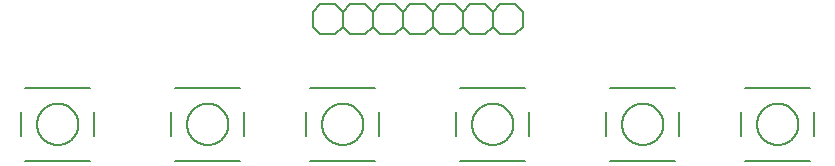
<source format=gto>
G75*
%MOIN*%
%OFA0B0*%
%FSLAX25Y25*%
%IPPOS*%
%LPD*%
%AMOC8*
5,1,8,0,0,1.08239X$1,22.5*
%
%ADD10C,0.00600*%
%ADD11C,0.00800*%
D10*
X0121367Y0058867D02*
X0123867Y0056367D01*
X0128867Y0056367D01*
X0131367Y0058867D01*
X0133867Y0056367D01*
X0138867Y0056367D01*
X0141367Y0058867D01*
X0141367Y0063867D01*
X0138867Y0066367D01*
X0133867Y0066367D01*
X0131367Y0063867D01*
X0131367Y0058867D01*
X0121367Y0058867D02*
X0121367Y0063867D01*
X0123867Y0066367D01*
X0128867Y0066367D01*
X0131367Y0063867D01*
X0141367Y0063867D02*
X0143867Y0066367D01*
X0148867Y0066367D01*
X0151367Y0063867D01*
X0153867Y0066367D01*
X0158867Y0066367D01*
X0161367Y0063867D01*
X0163867Y0066367D01*
X0168867Y0066367D01*
X0171367Y0063867D01*
X0171367Y0058867D01*
X0168867Y0056367D01*
X0163867Y0056367D01*
X0161367Y0058867D01*
X0158867Y0056367D01*
X0153867Y0056367D01*
X0151367Y0058867D01*
X0148867Y0056367D01*
X0143867Y0056367D01*
X0141367Y0058867D01*
X0151367Y0058867D02*
X0151367Y0063867D01*
X0161367Y0063867D02*
X0161367Y0058867D01*
X0171367Y0058867D02*
X0173867Y0056367D01*
X0178867Y0056367D01*
X0181367Y0058867D01*
X0183867Y0056367D01*
X0188867Y0056367D01*
X0191367Y0058867D01*
X0191367Y0063867D01*
X0188867Y0066367D01*
X0183867Y0066367D01*
X0181367Y0063867D01*
X0181367Y0058867D01*
X0181367Y0063867D02*
X0178867Y0066367D01*
X0173867Y0066367D01*
X0171367Y0063867D01*
D11*
X0047194Y0014162D02*
X0025540Y0014162D01*
X0024162Y0022430D02*
X0024162Y0030304D01*
X0029477Y0026367D02*
X0029479Y0026536D01*
X0029485Y0026705D01*
X0029496Y0026874D01*
X0029510Y0027042D01*
X0029529Y0027210D01*
X0029552Y0027378D01*
X0029578Y0027545D01*
X0029609Y0027711D01*
X0029644Y0027877D01*
X0029683Y0028041D01*
X0029727Y0028205D01*
X0029774Y0028367D01*
X0029825Y0028528D01*
X0029880Y0028688D01*
X0029939Y0028847D01*
X0030001Y0029004D01*
X0030068Y0029159D01*
X0030139Y0029313D01*
X0030213Y0029465D01*
X0030291Y0029615D01*
X0030372Y0029763D01*
X0030457Y0029909D01*
X0030546Y0030053D01*
X0030638Y0030195D01*
X0030734Y0030334D01*
X0030833Y0030471D01*
X0030935Y0030606D01*
X0031041Y0030738D01*
X0031150Y0030867D01*
X0031262Y0030994D01*
X0031377Y0031118D01*
X0031495Y0031239D01*
X0031616Y0031357D01*
X0031740Y0031472D01*
X0031867Y0031584D01*
X0031996Y0031693D01*
X0032128Y0031799D01*
X0032263Y0031901D01*
X0032400Y0032000D01*
X0032539Y0032096D01*
X0032681Y0032188D01*
X0032825Y0032277D01*
X0032971Y0032362D01*
X0033119Y0032443D01*
X0033269Y0032521D01*
X0033421Y0032595D01*
X0033575Y0032666D01*
X0033730Y0032733D01*
X0033887Y0032795D01*
X0034046Y0032854D01*
X0034206Y0032909D01*
X0034367Y0032960D01*
X0034529Y0033007D01*
X0034693Y0033051D01*
X0034857Y0033090D01*
X0035023Y0033125D01*
X0035189Y0033156D01*
X0035356Y0033182D01*
X0035524Y0033205D01*
X0035692Y0033224D01*
X0035860Y0033238D01*
X0036029Y0033249D01*
X0036198Y0033255D01*
X0036367Y0033257D01*
X0036536Y0033255D01*
X0036705Y0033249D01*
X0036874Y0033238D01*
X0037042Y0033224D01*
X0037210Y0033205D01*
X0037378Y0033182D01*
X0037545Y0033156D01*
X0037711Y0033125D01*
X0037877Y0033090D01*
X0038041Y0033051D01*
X0038205Y0033007D01*
X0038367Y0032960D01*
X0038528Y0032909D01*
X0038688Y0032854D01*
X0038847Y0032795D01*
X0039004Y0032733D01*
X0039159Y0032666D01*
X0039313Y0032595D01*
X0039465Y0032521D01*
X0039615Y0032443D01*
X0039763Y0032362D01*
X0039909Y0032277D01*
X0040053Y0032188D01*
X0040195Y0032096D01*
X0040334Y0032000D01*
X0040471Y0031901D01*
X0040606Y0031799D01*
X0040738Y0031693D01*
X0040867Y0031584D01*
X0040994Y0031472D01*
X0041118Y0031357D01*
X0041239Y0031239D01*
X0041357Y0031118D01*
X0041472Y0030994D01*
X0041584Y0030867D01*
X0041693Y0030738D01*
X0041799Y0030606D01*
X0041901Y0030471D01*
X0042000Y0030334D01*
X0042096Y0030195D01*
X0042188Y0030053D01*
X0042277Y0029909D01*
X0042362Y0029763D01*
X0042443Y0029615D01*
X0042521Y0029465D01*
X0042595Y0029313D01*
X0042666Y0029159D01*
X0042733Y0029004D01*
X0042795Y0028847D01*
X0042854Y0028688D01*
X0042909Y0028528D01*
X0042960Y0028367D01*
X0043007Y0028205D01*
X0043051Y0028041D01*
X0043090Y0027877D01*
X0043125Y0027711D01*
X0043156Y0027545D01*
X0043182Y0027378D01*
X0043205Y0027210D01*
X0043224Y0027042D01*
X0043238Y0026874D01*
X0043249Y0026705D01*
X0043255Y0026536D01*
X0043257Y0026367D01*
X0043255Y0026198D01*
X0043249Y0026029D01*
X0043238Y0025860D01*
X0043224Y0025692D01*
X0043205Y0025524D01*
X0043182Y0025356D01*
X0043156Y0025189D01*
X0043125Y0025023D01*
X0043090Y0024857D01*
X0043051Y0024693D01*
X0043007Y0024529D01*
X0042960Y0024367D01*
X0042909Y0024206D01*
X0042854Y0024046D01*
X0042795Y0023887D01*
X0042733Y0023730D01*
X0042666Y0023575D01*
X0042595Y0023421D01*
X0042521Y0023269D01*
X0042443Y0023119D01*
X0042362Y0022971D01*
X0042277Y0022825D01*
X0042188Y0022681D01*
X0042096Y0022539D01*
X0042000Y0022400D01*
X0041901Y0022263D01*
X0041799Y0022128D01*
X0041693Y0021996D01*
X0041584Y0021867D01*
X0041472Y0021740D01*
X0041357Y0021616D01*
X0041239Y0021495D01*
X0041118Y0021377D01*
X0040994Y0021262D01*
X0040867Y0021150D01*
X0040738Y0021041D01*
X0040606Y0020935D01*
X0040471Y0020833D01*
X0040334Y0020734D01*
X0040195Y0020638D01*
X0040053Y0020546D01*
X0039909Y0020457D01*
X0039763Y0020372D01*
X0039615Y0020291D01*
X0039465Y0020213D01*
X0039313Y0020139D01*
X0039159Y0020068D01*
X0039004Y0020001D01*
X0038847Y0019939D01*
X0038688Y0019880D01*
X0038528Y0019825D01*
X0038367Y0019774D01*
X0038205Y0019727D01*
X0038041Y0019683D01*
X0037877Y0019644D01*
X0037711Y0019609D01*
X0037545Y0019578D01*
X0037378Y0019552D01*
X0037210Y0019529D01*
X0037042Y0019510D01*
X0036874Y0019496D01*
X0036705Y0019485D01*
X0036536Y0019479D01*
X0036367Y0019477D01*
X0036198Y0019479D01*
X0036029Y0019485D01*
X0035860Y0019496D01*
X0035692Y0019510D01*
X0035524Y0019529D01*
X0035356Y0019552D01*
X0035189Y0019578D01*
X0035023Y0019609D01*
X0034857Y0019644D01*
X0034693Y0019683D01*
X0034529Y0019727D01*
X0034367Y0019774D01*
X0034206Y0019825D01*
X0034046Y0019880D01*
X0033887Y0019939D01*
X0033730Y0020001D01*
X0033575Y0020068D01*
X0033421Y0020139D01*
X0033269Y0020213D01*
X0033119Y0020291D01*
X0032971Y0020372D01*
X0032825Y0020457D01*
X0032681Y0020546D01*
X0032539Y0020638D01*
X0032400Y0020734D01*
X0032263Y0020833D01*
X0032128Y0020935D01*
X0031996Y0021041D01*
X0031867Y0021150D01*
X0031740Y0021262D01*
X0031616Y0021377D01*
X0031495Y0021495D01*
X0031377Y0021616D01*
X0031262Y0021740D01*
X0031150Y0021867D01*
X0031041Y0021996D01*
X0030935Y0022128D01*
X0030833Y0022263D01*
X0030734Y0022400D01*
X0030638Y0022539D01*
X0030546Y0022681D01*
X0030457Y0022825D01*
X0030372Y0022971D01*
X0030291Y0023119D01*
X0030213Y0023269D01*
X0030139Y0023421D01*
X0030068Y0023575D01*
X0030001Y0023730D01*
X0029939Y0023887D01*
X0029880Y0024046D01*
X0029825Y0024206D01*
X0029774Y0024367D01*
X0029727Y0024529D01*
X0029683Y0024693D01*
X0029644Y0024857D01*
X0029609Y0025023D01*
X0029578Y0025189D01*
X0029552Y0025356D01*
X0029529Y0025524D01*
X0029510Y0025692D01*
X0029496Y0025860D01*
X0029485Y0026029D01*
X0029479Y0026198D01*
X0029477Y0026367D01*
X0048572Y0030304D02*
X0048572Y0022430D01*
X0074162Y0022430D02*
X0074162Y0030304D01*
X0079477Y0026367D02*
X0079479Y0026536D01*
X0079485Y0026705D01*
X0079496Y0026874D01*
X0079510Y0027042D01*
X0079529Y0027210D01*
X0079552Y0027378D01*
X0079578Y0027545D01*
X0079609Y0027711D01*
X0079644Y0027877D01*
X0079683Y0028041D01*
X0079727Y0028205D01*
X0079774Y0028367D01*
X0079825Y0028528D01*
X0079880Y0028688D01*
X0079939Y0028847D01*
X0080001Y0029004D01*
X0080068Y0029159D01*
X0080139Y0029313D01*
X0080213Y0029465D01*
X0080291Y0029615D01*
X0080372Y0029763D01*
X0080457Y0029909D01*
X0080546Y0030053D01*
X0080638Y0030195D01*
X0080734Y0030334D01*
X0080833Y0030471D01*
X0080935Y0030606D01*
X0081041Y0030738D01*
X0081150Y0030867D01*
X0081262Y0030994D01*
X0081377Y0031118D01*
X0081495Y0031239D01*
X0081616Y0031357D01*
X0081740Y0031472D01*
X0081867Y0031584D01*
X0081996Y0031693D01*
X0082128Y0031799D01*
X0082263Y0031901D01*
X0082400Y0032000D01*
X0082539Y0032096D01*
X0082681Y0032188D01*
X0082825Y0032277D01*
X0082971Y0032362D01*
X0083119Y0032443D01*
X0083269Y0032521D01*
X0083421Y0032595D01*
X0083575Y0032666D01*
X0083730Y0032733D01*
X0083887Y0032795D01*
X0084046Y0032854D01*
X0084206Y0032909D01*
X0084367Y0032960D01*
X0084529Y0033007D01*
X0084693Y0033051D01*
X0084857Y0033090D01*
X0085023Y0033125D01*
X0085189Y0033156D01*
X0085356Y0033182D01*
X0085524Y0033205D01*
X0085692Y0033224D01*
X0085860Y0033238D01*
X0086029Y0033249D01*
X0086198Y0033255D01*
X0086367Y0033257D01*
X0086536Y0033255D01*
X0086705Y0033249D01*
X0086874Y0033238D01*
X0087042Y0033224D01*
X0087210Y0033205D01*
X0087378Y0033182D01*
X0087545Y0033156D01*
X0087711Y0033125D01*
X0087877Y0033090D01*
X0088041Y0033051D01*
X0088205Y0033007D01*
X0088367Y0032960D01*
X0088528Y0032909D01*
X0088688Y0032854D01*
X0088847Y0032795D01*
X0089004Y0032733D01*
X0089159Y0032666D01*
X0089313Y0032595D01*
X0089465Y0032521D01*
X0089615Y0032443D01*
X0089763Y0032362D01*
X0089909Y0032277D01*
X0090053Y0032188D01*
X0090195Y0032096D01*
X0090334Y0032000D01*
X0090471Y0031901D01*
X0090606Y0031799D01*
X0090738Y0031693D01*
X0090867Y0031584D01*
X0090994Y0031472D01*
X0091118Y0031357D01*
X0091239Y0031239D01*
X0091357Y0031118D01*
X0091472Y0030994D01*
X0091584Y0030867D01*
X0091693Y0030738D01*
X0091799Y0030606D01*
X0091901Y0030471D01*
X0092000Y0030334D01*
X0092096Y0030195D01*
X0092188Y0030053D01*
X0092277Y0029909D01*
X0092362Y0029763D01*
X0092443Y0029615D01*
X0092521Y0029465D01*
X0092595Y0029313D01*
X0092666Y0029159D01*
X0092733Y0029004D01*
X0092795Y0028847D01*
X0092854Y0028688D01*
X0092909Y0028528D01*
X0092960Y0028367D01*
X0093007Y0028205D01*
X0093051Y0028041D01*
X0093090Y0027877D01*
X0093125Y0027711D01*
X0093156Y0027545D01*
X0093182Y0027378D01*
X0093205Y0027210D01*
X0093224Y0027042D01*
X0093238Y0026874D01*
X0093249Y0026705D01*
X0093255Y0026536D01*
X0093257Y0026367D01*
X0093255Y0026198D01*
X0093249Y0026029D01*
X0093238Y0025860D01*
X0093224Y0025692D01*
X0093205Y0025524D01*
X0093182Y0025356D01*
X0093156Y0025189D01*
X0093125Y0025023D01*
X0093090Y0024857D01*
X0093051Y0024693D01*
X0093007Y0024529D01*
X0092960Y0024367D01*
X0092909Y0024206D01*
X0092854Y0024046D01*
X0092795Y0023887D01*
X0092733Y0023730D01*
X0092666Y0023575D01*
X0092595Y0023421D01*
X0092521Y0023269D01*
X0092443Y0023119D01*
X0092362Y0022971D01*
X0092277Y0022825D01*
X0092188Y0022681D01*
X0092096Y0022539D01*
X0092000Y0022400D01*
X0091901Y0022263D01*
X0091799Y0022128D01*
X0091693Y0021996D01*
X0091584Y0021867D01*
X0091472Y0021740D01*
X0091357Y0021616D01*
X0091239Y0021495D01*
X0091118Y0021377D01*
X0090994Y0021262D01*
X0090867Y0021150D01*
X0090738Y0021041D01*
X0090606Y0020935D01*
X0090471Y0020833D01*
X0090334Y0020734D01*
X0090195Y0020638D01*
X0090053Y0020546D01*
X0089909Y0020457D01*
X0089763Y0020372D01*
X0089615Y0020291D01*
X0089465Y0020213D01*
X0089313Y0020139D01*
X0089159Y0020068D01*
X0089004Y0020001D01*
X0088847Y0019939D01*
X0088688Y0019880D01*
X0088528Y0019825D01*
X0088367Y0019774D01*
X0088205Y0019727D01*
X0088041Y0019683D01*
X0087877Y0019644D01*
X0087711Y0019609D01*
X0087545Y0019578D01*
X0087378Y0019552D01*
X0087210Y0019529D01*
X0087042Y0019510D01*
X0086874Y0019496D01*
X0086705Y0019485D01*
X0086536Y0019479D01*
X0086367Y0019477D01*
X0086198Y0019479D01*
X0086029Y0019485D01*
X0085860Y0019496D01*
X0085692Y0019510D01*
X0085524Y0019529D01*
X0085356Y0019552D01*
X0085189Y0019578D01*
X0085023Y0019609D01*
X0084857Y0019644D01*
X0084693Y0019683D01*
X0084529Y0019727D01*
X0084367Y0019774D01*
X0084206Y0019825D01*
X0084046Y0019880D01*
X0083887Y0019939D01*
X0083730Y0020001D01*
X0083575Y0020068D01*
X0083421Y0020139D01*
X0083269Y0020213D01*
X0083119Y0020291D01*
X0082971Y0020372D01*
X0082825Y0020457D01*
X0082681Y0020546D01*
X0082539Y0020638D01*
X0082400Y0020734D01*
X0082263Y0020833D01*
X0082128Y0020935D01*
X0081996Y0021041D01*
X0081867Y0021150D01*
X0081740Y0021262D01*
X0081616Y0021377D01*
X0081495Y0021495D01*
X0081377Y0021616D01*
X0081262Y0021740D01*
X0081150Y0021867D01*
X0081041Y0021996D01*
X0080935Y0022128D01*
X0080833Y0022263D01*
X0080734Y0022400D01*
X0080638Y0022539D01*
X0080546Y0022681D01*
X0080457Y0022825D01*
X0080372Y0022971D01*
X0080291Y0023119D01*
X0080213Y0023269D01*
X0080139Y0023421D01*
X0080068Y0023575D01*
X0080001Y0023730D01*
X0079939Y0023887D01*
X0079880Y0024046D01*
X0079825Y0024206D01*
X0079774Y0024367D01*
X0079727Y0024529D01*
X0079683Y0024693D01*
X0079644Y0024857D01*
X0079609Y0025023D01*
X0079578Y0025189D01*
X0079552Y0025356D01*
X0079529Y0025524D01*
X0079510Y0025692D01*
X0079496Y0025860D01*
X0079485Y0026029D01*
X0079479Y0026198D01*
X0079477Y0026367D01*
X0098572Y0030304D02*
X0098572Y0022430D01*
X0119162Y0022430D02*
X0119162Y0030304D01*
X0124477Y0026367D02*
X0124479Y0026536D01*
X0124485Y0026705D01*
X0124496Y0026874D01*
X0124510Y0027042D01*
X0124529Y0027210D01*
X0124552Y0027378D01*
X0124578Y0027545D01*
X0124609Y0027711D01*
X0124644Y0027877D01*
X0124683Y0028041D01*
X0124727Y0028205D01*
X0124774Y0028367D01*
X0124825Y0028528D01*
X0124880Y0028688D01*
X0124939Y0028847D01*
X0125001Y0029004D01*
X0125068Y0029159D01*
X0125139Y0029313D01*
X0125213Y0029465D01*
X0125291Y0029615D01*
X0125372Y0029763D01*
X0125457Y0029909D01*
X0125546Y0030053D01*
X0125638Y0030195D01*
X0125734Y0030334D01*
X0125833Y0030471D01*
X0125935Y0030606D01*
X0126041Y0030738D01*
X0126150Y0030867D01*
X0126262Y0030994D01*
X0126377Y0031118D01*
X0126495Y0031239D01*
X0126616Y0031357D01*
X0126740Y0031472D01*
X0126867Y0031584D01*
X0126996Y0031693D01*
X0127128Y0031799D01*
X0127263Y0031901D01*
X0127400Y0032000D01*
X0127539Y0032096D01*
X0127681Y0032188D01*
X0127825Y0032277D01*
X0127971Y0032362D01*
X0128119Y0032443D01*
X0128269Y0032521D01*
X0128421Y0032595D01*
X0128575Y0032666D01*
X0128730Y0032733D01*
X0128887Y0032795D01*
X0129046Y0032854D01*
X0129206Y0032909D01*
X0129367Y0032960D01*
X0129529Y0033007D01*
X0129693Y0033051D01*
X0129857Y0033090D01*
X0130023Y0033125D01*
X0130189Y0033156D01*
X0130356Y0033182D01*
X0130524Y0033205D01*
X0130692Y0033224D01*
X0130860Y0033238D01*
X0131029Y0033249D01*
X0131198Y0033255D01*
X0131367Y0033257D01*
X0131536Y0033255D01*
X0131705Y0033249D01*
X0131874Y0033238D01*
X0132042Y0033224D01*
X0132210Y0033205D01*
X0132378Y0033182D01*
X0132545Y0033156D01*
X0132711Y0033125D01*
X0132877Y0033090D01*
X0133041Y0033051D01*
X0133205Y0033007D01*
X0133367Y0032960D01*
X0133528Y0032909D01*
X0133688Y0032854D01*
X0133847Y0032795D01*
X0134004Y0032733D01*
X0134159Y0032666D01*
X0134313Y0032595D01*
X0134465Y0032521D01*
X0134615Y0032443D01*
X0134763Y0032362D01*
X0134909Y0032277D01*
X0135053Y0032188D01*
X0135195Y0032096D01*
X0135334Y0032000D01*
X0135471Y0031901D01*
X0135606Y0031799D01*
X0135738Y0031693D01*
X0135867Y0031584D01*
X0135994Y0031472D01*
X0136118Y0031357D01*
X0136239Y0031239D01*
X0136357Y0031118D01*
X0136472Y0030994D01*
X0136584Y0030867D01*
X0136693Y0030738D01*
X0136799Y0030606D01*
X0136901Y0030471D01*
X0137000Y0030334D01*
X0137096Y0030195D01*
X0137188Y0030053D01*
X0137277Y0029909D01*
X0137362Y0029763D01*
X0137443Y0029615D01*
X0137521Y0029465D01*
X0137595Y0029313D01*
X0137666Y0029159D01*
X0137733Y0029004D01*
X0137795Y0028847D01*
X0137854Y0028688D01*
X0137909Y0028528D01*
X0137960Y0028367D01*
X0138007Y0028205D01*
X0138051Y0028041D01*
X0138090Y0027877D01*
X0138125Y0027711D01*
X0138156Y0027545D01*
X0138182Y0027378D01*
X0138205Y0027210D01*
X0138224Y0027042D01*
X0138238Y0026874D01*
X0138249Y0026705D01*
X0138255Y0026536D01*
X0138257Y0026367D01*
X0138255Y0026198D01*
X0138249Y0026029D01*
X0138238Y0025860D01*
X0138224Y0025692D01*
X0138205Y0025524D01*
X0138182Y0025356D01*
X0138156Y0025189D01*
X0138125Y0025023D01*
X0138090Y0024857D01*
X0138051Y0024693D01*
X0138007Y0024529D01*
X0137960Y0024367D01*
X0137909Y0024206D01*
X0137854Y0024046D01*
X0137795Y0023887D01*
X0137733Y0023730D01*
X0137666Y0023575D01*
X0137595Y0023421D01*
X0137521Y0023269D01*
X0137443Y0023119D01*
X0137362Y0022971D01*
X0137277Y0022825D01*
X0137188Y0022681D01*
X0137096Y0022539D01*
X0137000Y0022400D01*
X0136901Y0022263D01*
X0136799Y0022128D01*
X0136693Y0021996D01*
X0136584Y0021867D01*
X0136472Y0021740D01*
X0136357Y0021616D01*
X0136239Y0021495D01*
X0136118Y0021377D01*
X0135994Y0021262D01*
X0135867Y0021150D01*
X0135738Y0021041D01*
X0135606Y0020935D01*
X0135471Y0020833D01*
X0135334Y0020734D01*
X0135195Y0020638D01*
X0135053Y0020546D01*
X0134909Y0020457D01*
X0134763Y0020372D01*
X0134615Y0020291D01*
X0134465Y0020213D01*
X0134313Y0020139D01*
X0134159Y0020068D01*
X0134004Y0020001D01*
X0133847Y0019939D01*
X0133688Y0019880D01*
X0133528Y0019825D01*
X0133367Y0019774D01*
X0133205Y0019727D01*
X0133041Y0019683D01*
X0132877Y0019644D01*
X0132711Y0019609D01*
X0132545Y0019578D01*
X0132378Y0019552D01*
X0132210Y0019529D01*
X0132042Y0019510D01*
X0131874Y0019496D01*
X0131705Y0019485D01*
X0131536Y0019479D01*
X0131367Y0019477D01*
X0131198Y0019479D01*
X0131029Y0019485D01*
X0130860Y0019496D01*
X0130692Y0019510D01*
X0130524Y0019529D01*
X0130356Y0019552D01*
X0130189Y0019578D01*
X0130023Y0019609D01*
X0129857Y0019644D01*
X0129693Y0019683D01*
X0129529Y0019727D01*
X0129367Y0019774D01*
X0129206Y0019825D01*
X0129046Y0019880D01*
X0128887Y0019939D01*
X0128730Y0020001D01*
X0128575Y0020068D01*
X0128421Y0020139D01*
X0128269Y0020213D01*
X0128119Y0020291D01*
X0127971Y0020372D01*
X0127825Y0020457D01*
X0127681Y0020546D01*
X0127539Y0020638D01*
X0127400Y0020734D01*
X0127263Y0020833D01*
X0127128Y0020935D01*
X0126996Y0021041D01*
X0126867Y0021150D01*
X0126740Y0021262D01*
X0126616Y0021377D01*
X0126495Y0021495D01*
X0126377Y0021616D01*
X0126262Y0021740D01*
X0126150Y0021867D01*
X0126041Y0021996D01*
X0125935Y0022128D01*
X0125833Y0022263D01*
X0125734Y0022400D01*
X0125638Y0022539D01*
X0125546Y0022681D01*
X0125457Y0022825D01*
X0125372Y0022971D01*
X0125291Y0023119D01*
X0125213Y0023269D01*
X0125139Y0023421D01*
X0125068Y0023575D01*
X0125001Y0023730D01*
X0124939Y0023887D01*
X0124880Y0024046D01*
X0124825Y0024206D01*
X0124774Y0024367D01*
X0124727Y0024529D01*
X0124683Y0024693D01*
X0124644Y0024857D01*
X0124609Y0025023D01*
X0124578Y0025189D01*
X0124552Y0025356D01*
X0124529Y0025524D01*
X0124510Y0025692D01*
X0124496Y0025860D01*
X0124485Y0026029D01*
X0124479Y0026198D01*
X0124477Y0026367D01*
X0143572Y0030304D02*
X0143572Y0022430D01*
X0169162Y0022430D02*
X0169162Y0030304D01*
X0174477Y0026367D02*
X0174479Y0026536D01*
X0174485Y0026705D01*
X0174496Y0026874D01*
X0174510Y0027042D01*
X0174529Y0027210D01*
X0174552Y0027378D01*
X0174578Y0027545D01*
X0174609Y0027711D01*
X0174644Y0027877D01*
X0174683Y0028041D01*
X0174727Y0028205D01*
X0174774Y0028367D01*
X0174825Y0028528D01*
X0174880Y0028688D01*
X0174939Y0028847D01*
X0175001Y0029004D01*
X0175068Y0029159D01*
X0175139Y0029313D01*
X0175213Y0029465D01*
X0175291Y0029615D01*
X0175372Y0029763D01*
X0175457Y0029909D01*
X0175546Y0030053D01*
X0175638Y0030195D01*
X0175734Y0030334D01*
X0175833Y0030471D01*
X0175935Y0030606D01*
X0176041Y0030738D01*
X0176150Y0030867D01*
X0176262Y0030994D01*
X0176377Y0031118D01*
X0176495Y0031239D01*
X0176616Y0031357D01*
X0176740Y0031472D01*
X0176867Y0031584D01*
X0176996Y0031693D01*
X0177128Y0031799D01*
X0177263Y0031901D01*
X0177400Y0032000D01*
X0177539Y0032096D01*
X0177681Y0032188D01*
X0177825Y0032277D01*
X0177971Y0032362D01*
X0178119Y0032443D01*
X0178269Y0032521D01*
X0178421Y0032595D01*
X0178575Y0032666D01*
X0178730Y0032733D01*
X0178887Y0032795D01*
X0179046Y0032854D01*
X0179206Y0032909D01*
X0179367Y0032960D01*
X0179529Y0033007D01*
X0179693Y0033051D01*
X0179857Y0033090D01*
X0180023Y0033125D01*
X0180189Y0033156D01*
X0180356Y0033182D01*
X0180524Y0033205D01*
X0180692Y0033224D01*
X0180860Y0033238D01*
X0181029Y0033249D01*
X0181198Y0033255D01*
X0181367Y0033257D01*
X0181536Y0033255D01*
X0181705Y0033249D01*
X0181874Y0033238D01*
X0182042Y0033224D01*
X0182210Y0033205D01*
X0182378Y0033182D01*
X0182545Y0033156D01*
X0182711Y0033125D01*
X0182877Y0033090D01*
X0183041Y0033051D01*
X0183205Y0033007D01*
X0183367Y0032960D01*
X0183528Y0032909D01*
X0183688Y0032854D01*
X0183847Y0032795D01*
X0184004Y0032733D01*
X0184159Y0032666D01*
X0184313Y0032595D01*
X0184465Y0032521D01*
X0184615Y0032443D01*
X0184763Y0032362D01*
X0184909Y0032277D01*
X0185053Y0032188D01*
X0185195Y0032096D01*
X0185334Y0032000D01*
X0185471Y0031901D01*
X0185606Y0031799D01*
X0185738Y0031693D01*
X0185867Y0031584D01*
X0185994Y0031472D01*
X0186118Y0031357D01*
X0186239Y0031239D01*
X0186357Y0031118D01*
X0186472Y0030994D01*
X0186584Y0030867D01*
X0186693Y0030738D01*
X0186799Y0030606D01*
X0186901Y0030471D01*
X0187000Y0030334D01*
X0187096Y0030195D01*
X0187188Y0030053D01*
X0187277Y0029909D01*
X0187362Y0029763D01*
X0187443Y0029615D01*
X0187521Y0029465D01*
X0187595Y0029313D01*
X0187666Y0029159D01*
X0187733Y0029004D01*
X0187795Y0028847D01*
X0187854Y0028688D01*
X0187909Y0028528D01*
X0187960Y0028367D01*
X0188007Y0028205D01*
X0188051Y0028041D01*
X0188090Y0027877D01*
X0188125Y0027711D01*
X0188156Y0027545D01*
X0188182Y0027378D01*
X0188205Y0027210D01*
X0188224Y0027042D01*
X0188238Y0026874D01*
X0188249Y0026705D01*
X0188255Y0026536D01*
X0188257Y0026367D01*
X0188255Y0026198D01*
X0188249Y0026029D01*
X0188238Y0025860D01*
X0188224Y0025692D01*
X0188205Y0025524D01*
X0188182Y0025356D01*
X0188156Y0025189D01*
X0188125Y0025023D01*
X0188090Y0024857D01*
X0188051Y0024693D01*
X0188007Y0024529D01*
X0187960Y0024367D01*
X0187909Y0024206D01*
X0187854Y0024046D01*
X0187795Y0023887D01*
X0187733Y0023730D01*
X0187666Y0023575D01*
X0187595Y0023421D01*
X0187521Y0023269D01*
X0187443Y0023119D01*
X0187362Y0022971D01*
X0187277Y0022825D01*
X0187188Y0022681D01*
X0187096Y0022539D01*
X0187000Y0022400D01*
X0186901Y0022263D01*
X0186799Y0022128D01*
X0186693Y0021996D01*
X0186584Y0021867D01*
X0186472Y0021740D01*
X0186357Y0021616D01*
X0186239Y0021495D01*
X0186118Y0021377D01*
X0185994Y0021262D01*
X0185867Y0021150D01*
X0185738Y0021041D01*
X0185606Y0020935D01*
X0185471Y0020833D01*
X0185334Y0020734D01*
X0185195Y0020638D01*
X0185053Y0020546D01*
X0184909Y0020457D01*
X0184763Y0020372D01*
X0184615Y0020291D01*
X0184465Y0020213D01*
X0184313Y0020139D01*
X0184159Y0020068D01*
X0184004Y0020001D01*
X0183847Y0019939D01*
X0183688Y0019880D01*
X0183528Y0019825D01*
X0183367Y0019774D01*
X0183205Y0019727D01*
X0183041Y0019683D01*
X0182877Y0019644D01*
X0182711Y0019609D01*
X0182545Y0019578D01*
X0182378Y0019552D01*
X0182210Y0019529D01*
X0182042Y0019510D01*
X0181874Y0019496D01*
X0181705Y0019485D01*
X0181536Y0019479D01*
X0181367Y0019477D01*
X0181198Y0019479D01*
X0181029Y0019485D01*
X0180860Y0019496D01*
X0180692Y0019510D01*
X0180524Y0019529D01*
X0180356Y0019552D01*
X0180189Y0019578D01*
X0180023Y0019609D01*
X0179857Y0019644D01*
X0179693Y0019683D01*
X0179529Y0019727D01*
X0179367Y0019774D01*
X0179206Y0019825D01*
X0179046Y0019880D01*
X0178887Y0019939D01*
X0178730Y0020001D01*
X0178575Y0020068D01*
X0178421Y0020139D01*
X0178269Y0020213D01*
X0178119Y0020291D01*
X0177971Y0020372D01*
X0177825Y0020457D01*
X0177681Y0020546D01*
X0177539Y0020638D01*
X0177400Y0020734D01*
X0177263Y0020833D01*
X0177128Y0020935D01*
X0176996Y0021041D01*
X0176867Y0021150D01*
X0176740Y0021262D01*
X0176616Y0021377D01*
X0176495Y0021495D01*
X0176377Y0021616D01*
X0176262Y0021740D01*
X0176150Y0021867D01*
X0176041Y0021996D01*
X0175935Y0022128D01*
X0175833Y0022263D01*
X0175734Y0022400D01*
X0175638Y0022539D01*
X0175546Y0022681D01*
X0175457Y0022825D01*
X0175372Y0022971D01*
X0175291Y0023119D01*
X0175213Y0023269D01*
X0175139Y0023421D01*
X0175068Y0023575D01*
X0175001Y0023730D01*
X0174939Y0023887D01*
X0174880Y0024046D01*
X0174825Y0024206D01*
X0174774Y0024367D01*
X0174727Y0024529D01*
X0174683Y0024693D01*
X0174644Y0024857D01*
X0174609Y0025023D01*
X0174578Y0025189D01*
X0174552Y0025356D01*
X0174529Y0025524D01*
X0174510Y0025692D01*
X0174496Y0025860D01*
X0174485Y0026029D01*
X0174479Y0026198D01*
X0174477Y0026367D01*
X0193572Y0030304D02*
X0193572Y0022430D01*
X0219162Y0022430D02*
X0219162Y0030304D01*
X0224477Y0026367D02*
X0224479Y0026536D01*
X0224485Y0026705D01*
X0224496Y0026874D01*
X0224510Y0027042D01*
X0224529Y0027210D01*
X0224552Y0027378D01*
X0224578Y0027545D01*
X0224609Y0027711D01*
X0224644Y0027877D01*
X0224683Y0028041D01*
X0224727Y0028205D01*
X0224774Y0028367D01*
X0224825Y0028528D01*
X0224880Y0028688D01*
X0224939Y0028847D01*
X0225001Y0029004D01*
X0225068Y0029159D01*
X0225139Y0029313D01*
X0225213Y0029465D01*
X0225291Y0029615D01*
X0225372Y0029763D01*
X0225457Y0029909D01*
X0225546Y0030053D01*
X0225638Y0030195D01*
X0225734Y0030334D01*
X0225833Y0030471D01*
X0225935Y0030606D01*
X0226041Y0030738D01*
X0226150Y0030867D01*
X0226262Y0030994D01*
X0226377Y0031118D01*
X0226495Y0031239D01*
X0226616Y0031357D01*
X0226740Y0031472D01*
X0226867Y0031584D01*
X0226996Y0031693D01*
X0227128Y0031799D01*
X0227263Y0031901D01*
X0227400Y0032000D01*
X0227539Y0032096D01*
X0227681Y0032188D01*
X0227825Y0032277D01*
X0227971Y0032362D01*
X0228119Y0032443D01*
X0228269Y0032521D01*
X0228421Y0032595D01*
X0228575Y0032666D01*
X0228730Y0032733D01*
X0228887Y0032795D01*
X0229046Y0032854D01*
X0229206Y0032909D01*
X0229367Y0032960D01*
X0229529Y0033007D01*
X0229693Y0033051D01*
X0229857Y0033090D01*
X0230023Y0033125D01*
X0230189Y0033156D01*
X0230356Y0033182D01*
X0230524Y0033205D01*
X0230692Y0033224D01*
X0230860Y0033238D01*
X0231029Y0033249D01*
X0231198Y0033255D01*
X0231367Y0033257D01*
X0231536Y0033255D01*
X0231705Y0033249D01*
X0231874Y0033238D01*
X0232042Y0033224D01*
X0232210Y0033205D01*
X0232378Y0033182D01*
X0232545Y0033156D01*
X0232711Y0033125D01*
X0232877Y0033090D01*
X0233041Y0033051D01*
X0233205Y0033007D01*
X0233367Y0032960D01*
X0233528Y0032909D01*
X0233688Y0032854D01*
X0233847Y0032795D01*
X0234004Y0032733D01*
X0234159Y0032666D01*
X0234313Y0032595D01*
X0234465Y0032521D01*
X0234615Y0032443D01*
X0234763Y0032362D01*
X0234909Y0032277D01*
X0235053Y0032188D01*
X0235195Y0032096D01*
X0235334Y0032000D01*
X0235471Y0031901D01*
X0235606Y0031799D01*
X0235738Y0031693D01*
X0235867Y0031584D01*
X0235994Y0031472D01*
X0236118Y0031357D01*
X0236239Y0031239D01*
X0236357Y0031118D01*
X0236472Y0030994D01*
X0236584Y0030867D01*
X0236693Y0030738D01*
X0236799Y0030606D01*
X0236901Y0030471D01*
X0237000Y0030334D01*
X0237096Y0030195D01*
X0237188Y0030053D01*
X0237277Y0029909D01*
X0237362Y0029763D01*
X0237443Y0029615D01*
X0237521Y0029465D01*
X0237595Y0029313D01*
X0237666Y0029159D01*
X0237733Y0029004D01*
X0237795Y0028847D01*
X0237854Y0028688D01*
X0237909Y0028528D01*
X0237960Y0028367D01*
X0238007Y0028205D01*
X0238051Y0028041D01*
X0238090Y0027877D01*
X0238125Y0027711D01*
X0238156Y0027545D01*
X0238182Y0027378D01*
X0238205Y0027210D01*
X0238224Y0027042D01*
X0238238Y0026874D01*
X0238249Y0026705D01*
X0238255Y0026536D01*
X0238257Y0026367D01*
X0238255Y0026198D01*
X0238249Y0026029D01*
X0238238Y0025860D01*
X0238224Y0025692D01*
X0238205Y0025524D01*
X0238182Y0025356D01*
X0238156Y0025189D01*
X0238125Y0025023D01*
X0238090Y0024857D01*
X0238051Y0024693D01*
X0238007Y0024529D01*
X0237960Y0024367D01*
X0237909Y0024206D01*
X0237854Y0024046D01*
X0237795Y0023887D01*
X0237733Y0023730D01*
X0237666Y0023575D01*
X0237595Y0023421D01*
X0237521Y0023269D01*
X0237443Y0023119D01*
X0237362Y0022971D01*
X0237277Y0022825D01*
X0237188Y0022681D01*
X0237096Y0022539D01*
X0237000Y0022400D01*
X0236901Y0022263D01*
X0236799Y0022128D01*
X0236693Y0021996D01*
X0236584Y0021867D01*
X0236472Y0021740D01*
X0236357Y0021616D01*
X0236239Y0021495D01*
X0236118Y0021377D01*
X0235994Y0021262D01*
X0235867Y0021150D01*
X0235738Y0021041D01*
X0235606Y0020935D01*
X0235471Y0020833D01*
X0235334Y0020734D01*
X0235195Y0020638D01*
X0235053Y0020546D01*
X0234909Y0020457D01*
X0234763Y0020372D01*
X0234615Y0020291D01*
X0234465Y0020213D01*
X0234313Y0020139D01*
X0234159Y0020068D01*
X0234004Y0020001D01*
X0233847Y0019939D01*
X0233688Y0019880D01*
X0233528Y0019825D01*
X0233367Y0019774D01*
X0233205Y0019727D01*
X0233041Y0019683D01*
X0232877Y0019644D01*
X0232711Y0019609D01*
X0232545Y0019578D01*
X0232378Y0019552D01*
X0232210Y0019529D01*
X0232042Y0019510D01*
X0231874Y0019496D01*
X0231705Y0019485D01*
X0231536Y0019479D01*
X0231367Y0019477D01*
X0231198Y0019479D01*
X0231029Y0019485D01*
X0230860Y0019496D01*
X0230692Y0019510D01*
X0230524Y0019529D01*
X0230356Y0019552D01*
X0230189Y0019578D01*
X0230023Y0019609D01*
X0229857Y0019644D01*
X0229693Y0019683D01*
X0229529Y0019727D01*
X0229367Y0019774D01*
X0229206Y0019825D01*
X0229046Y0019880D01*
X0228887Y0019939D01*
X0228730Y0020001D01*
X0228575Y0020068D01*
X0228421Y0020139D01*
X0228269Y0020213D01*
X0228119Y0020291D01*
X0227971Y0020372D01*
X0227825Y0020457D01*
X0227681Y0020546D01*
X0227539Y0020638D01*
X0227400Y0020734D01*
X0227263Y0020833D01*
X0227128Y0020935D01*
X0226996Y0021041D01*
X0226867Y0021150D01*
X0226740Y0021262D01*
X0226616Y0021377D01*
X0226495Y0021495D01*
X0226377Y0021616D01*
X0226262Y0021740D01*
X0226150Y0021867D01*
X0226041Y0021996D01*
X0225935Y0022128D01*
X0225833Y0022263D01*
X0225734Y0022400D01*
X0225638Y0022539D01*
X0225546Y0022681D01*
X0225457Y0022825D01*
X0225372Y0022971D01*
X0225291Y0023119D01*
X0225213Y0023269D01*
X0225139Y0023421D01*
X0225068Y0023575D01*
X0225001Y0023730D01*
X0224939Y0023887D01*
X0224880Y0024046D01*
X0224825Y0024206D01*
X0224774Y0024367D01*
X0224727Y0024529D01*
X0224683Y0024693D01*
X0224644Y0024857D01*
X0224609Y0025023D01*
X0224578Y0025189D01*
X0224552Y0025356D01*
X0224529Y0025524D01*
X0224510Y0025692D01*
X0224496Y0025860D01*
X0224485Y0026029D01*
X0224479Y0026198D01*
X0224477Y0026367D01*
X0243572Y0030304D02*
X0243572Y0022430D01*
X0264162Y0022430D02*
X0264162Y0030304D01*
X0269477Y0026367D02*
X0269479Y0026536D01*
X0269485Y0026705D01*
X0269496Y0026874D01*
X0269510Y0027042D01*
X0269529Y0027210D01*
X0269552Y0027378D01*
X0269578Y0027545D01*
X0269609Y0027711D01*
X0269644Y0027877D01*
X0269683Y0028041D01*
X0269727Y0028205D01*
X0269774Y0028367D01*
X0269825Y0028528D01*
X0269880Y0028688D01*
X0269939Y0028847D01*
X0270001Y0029004D01*
X0270068Y0029159D01*
X0270139Y0029313D01*
X0270213Y0029465D01*
X0270291Y0029615D01*
X0270372Y0029763D01*
X0270457Y0029909D01*
X0270546Y0030053D01*
X0270638Y0030195D01*
X0270734Y0030334D01*
X0270833Y0030471D01*
X0270935Y0030606D01*
X0271041Y0030738D01*
X0271150Y0030867D01*
X0271262Y0030994D01*
X0271377Y0031118D01*
X0271495Y0031239D01*
X0271616Y0031357D01*
X0271740Y0031472D01*
X0271867Y0031584D01*
X0271996Y0031693D01*
X0272128Y0031799D01*
X0272263Y0031901D01*
X0272400Y0032000D01*
X0272539Y0032096D01*
X0272681Y0032188D01*
X0272825Y0032277D01*
X0272971Y0032362D01*
X0273119Y0032443D01*
X0273269Y0032521D01*
X0273421Y0032595D01*
X0273575Y0032666D01*
X0273730Y0032733D01*
X0273887Y0032795D01*
X0274046Y0032854D01*
X0274206Y0032909D01*
X0274367Y0032960D01*
X0274529Y0033007D01*
X0274693Y0033051D01*
X0274857Y0033090D01*
X0275023Y0033125D01*
X0275189Y0033156D01*
X0275356Y0033182D01*
X0275524Y0033205D01*
X0275692Y0033224D01*
X0275860Y0033238D01*
X0276029Y0033249D01*
X0276198Y0033255D01*
X0276367Y0033257D01*
X0276536Y0033255D01*
X0276705Y0033249D01*
X0276874Y0033238D01*
X0277042Y0033224D01*
X0277210Y0033205D01*
X0277378Y0033182D01*
X0277545Y0033156D01*
X0277711Y0033125D01*
X0277877Y0033090D01*
X0278041Y0033051D01*
X0278205Y0033007D01*
X0278367Y0032960D01*
X0278528Y0032909D01*
X0278688Y0032854D01*
X0278847Y0032795D01*
X0279004Y0032733D01*
X0279159Y0032666D01*
X0279313Y0032595D01*
X0279465Y0032521D01*
X0279615Y0032443D01*
X0279763Y0032362D01*
X0279909Y0032277D01*
X0280053Y0032188D01*
X0280195Y0032096D01*
X0280334Y0032000D01*
X0280471Y0031901D01*
X0280606Y0031799D01*
X0280738Y0031693D01*
X0280867Y0031584D01*
X0280994Y0031472D01*
X0281118Y0031357D01*
X0281239Y0031239D01*
X0281357Y0031118D01*
X0281472Y0030994D01*
X0281584Y0030867D01*
X0281693Y0030738D01*
X0281799Y0030606D01*
X0281901Y0030471D01*
X0282000Y0030334D01*
X0282096Y0030195D01*
X0282188Y0030053D01*
X0282277Y0029909D01*
X0282362Y0029763D01*
X0282443Y0029615D01*
X0282521Y0029465D01*
X0282595Y0029313D01*
X0282666Y0029159D01*
X0282733Y0029004D01*
X0282795Y0028847D01*
X0282854Y0028688D01*
X0282909Y0028528D01*
X0282960Y0028367D01*
X0283007Y0028205D01*
X0283051Y0028041D01*
X0283090Y0027877D01*
X0283125Y0027711D01*
X0283156Y0027545D01*
X0283182Y0027378D01*
X0283205Y0027210D01*
X0283224Y0027042D01*
X0283238Y0026874D01*
X0283249Y0026705D01*
X0283255Y0026536D01*
X0283257Y0026367D01*
X0283255Y0026198D01*
X0283249Y0026029D01*
X0283238Y0025860D01*
X0283224Y0025692D01*
X0283205Y0025524D01*
X0283182Y0025356D01*
X0283156Y0025189D01*
X0283125Y0025023D01*
X0283090Y0024857D01*
X0283051Y0024693D01*
X0283007Y0024529D01*
X0282960Y0024367D01*
X0282909Y0024206D01*
X0282854Y0024046D01*
X0282795Y0023887D01*
X0282733Y0023730D01*
X0282666Y0023575D01*
X0282595Y0023421D01*
X0282521Y0023269D01*
X0282443Y0023119D01*
X0282362Y0022971D01*
X0282277Y0022825D01*
X0282188Y0022681D01*
X0282096Y0022539D01*
X0282000Y0022400D01*
X0281901Y0022263D01*
X0281799Y0022128D01*
X0281693Y0021996D01*
X0281584Y0021867D01*
X0281472Y0021740D01*
X0281357Y0021616D01*
X0281239Y0021495D01*
X0281118Y0021377D01*
X0280994Y0021262D01*
X0280867Y0021150D01*
X0280738Y0021041D01*
X0280606Y0020935D01*
X0280471Y0020833D01*
X0280334Y0020734D01*
X0280195Y0020638D01*
X0280053Y0020546D01*
X0279909Y0020457D01*
X0279763Y0020372D01*
X0279615Y0020291D01*
X0279465Y0020213D01*
X0279313Y0020139D01*
X0279159Y0020068D01*
X0279004Y0020001D01*
X0278847Y0019939D01*
X0278688Y0019880D01*
X0278528Y0019825D01*
X0278367Y0019774D01*
X0278205Y0019727D01*
X0278041Y0019683D01*
X0277877Y0019644D01*
X0277711Y0019609D01*
X0277545Y0019578D01*
X0277378Y0019552D01*
X0277210Y0019529D01*
X0277042Y0019510D01*
X0276874Y0019496D01*
X0276705Y0019485D01*
X0276536Y0019479D01*
X0276367Y0019477D01*
X0276198Y0019479D01*
X0276029Y0019485D01*
X0275860Y0019496D01*
X0275692Y0019510D01*
X0275524Y0019529D01*
X0275356Y0019552D01*
X0275189Y0019578D01*
X0275023Y0019609D01*
X0274857Y0019644D01*
X0274693Y0019683D01*
X0274529Y0019727D01*
X0274367Y0019774D01*
X0274206Y0019825D01*
X0274046Y0019880D01*
X0273887Y0019939D01*
X0273730Y0020001D01*
X0273575Y0020068D01*
X0273421Y0020139D01*
X0273269Y0020213D01*
X0273119Y0020291D01*
X0272971Y0020372D01*
X0272825Y0020457D01*
X0272681Y0020546D01*
X0272539Y0020638D01*
X0272400Y0020734D01*
X0272263Y0020833D01*
X0272128Y0020935D01*
X0271996Y0021041D01*
X0271867Y0021150D01*
X0271740Y0021262D01*
X0271616Y0021377D01*
X0271495Y0021495D01*
X0271377Y0021616D01*
X0271262Y0021740D01*
X0271150Y0021867D01*
X0271041Y0021996D01*
X0270935Y0022128D01*
X0270833Y0022263D01*
X0270734Y0022400D01*
X0270638Y0022539D01*
X0270546Y0022681D01*
X0270457Y0022825D01*
X0270372Y0022971D01*
X0270291Y0023119D01*
X0270213Y0023269D01*
X0270139Y0023421D01*
X0270068Y0023575D01*
X0270001Y0023730D01*
X0269939Y0023887D01*
X0269880Y0024046D01*
X0269825Y0024206D01*
X0269774Y0024367D01*
X0269727Y0024529D01*
X0269683Y0024693D01*
X0269644Y0024857D01*
X0269609Y0025023D01*
X0269578Y0025189D01*
X0269552Y0025356D01*
X0269529Y0025524D01*
X0269510Y0025692D01*
X0269496Y0025860D01*
X0269485Y0026029D01*
X0269479Y0026198D01*
X0269477Y0026367D01*
X0288572Y0030304D02*
X0288572Y0022430D01*
X0287194Y0014162D02*
X0265540Y0014162D01*
X0242194Y0014162D02*
X0220540Y0014162D01*
X0192194Y0014162D02*
X0170540Y0014162D01*
X0142194Y0014162D02*
X0120540Y0014162D01*
X0097194Y0014162D02*
X0075540Y0014162D01*
X0075540Y0038572D02*
X0097194Y0038572D01*
X0120540Y0038572D02*
X0142194Y0038572D01*
X0170540Y0038572D02*
X0192194Y0038572D01*
X0220540Y0038572D02*
X0242194Y0038572D01*
X0265540Y0038572D02*
X0287194Y0038572D01*
X0047194Y0038572D02*
X0025540Y0038572D01*
M02*

</source>
